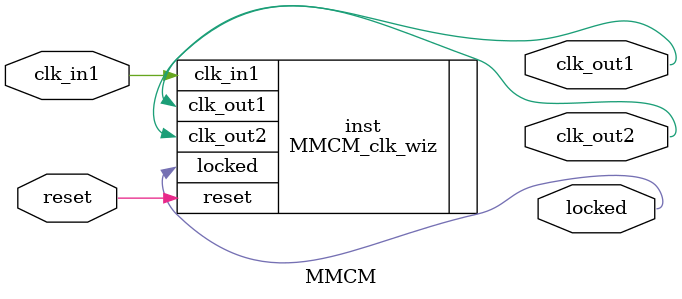
<source format=v>


`timescale 1ps/1ps

(* CORE_GENERATION_INFO = "MMCM,clk_wiz_v6_0_12_0_0,{component_name=MMCM,use_phase_alignment=true,use_min_o_jitter=false,use_max_i_jitter=false,use_dyn_phase_shift=false,use_inclk_switchover=false,use_dyn_reconfig=false,enable_axi=0,feedback_source=FDBK_AUTO,PRIMITIVE=MMCM,num_out_clk=2,clkin1_period=10.000,clkin2_period=10.000,use_power_down=false,use_reset=true,use_locked=true,use_inclk_stopped=false,feedback_type=SINGLE,CLOCK_MGR_TYPE=NA,manual_override=false}" *)

module MMCM 
 (
  // Clock out ports
  output        clk_out1,
  output        clk_out2,
  // Status and control signals
  input         reset,
  output        locked,
 // Clock in ports
  input         clk_in1
 );

  MMCM_clk_wiz inst
  (
  // Clock out ports  
  .clk_out1(clk_out1),
  .clk_out2(clk_out2),
  // Status and control signals               
  .reset(reset), 
  .locked(locked),
 // Clock in ports
  .clk_in1(clk_in1)
  );

endmodule

</source>
